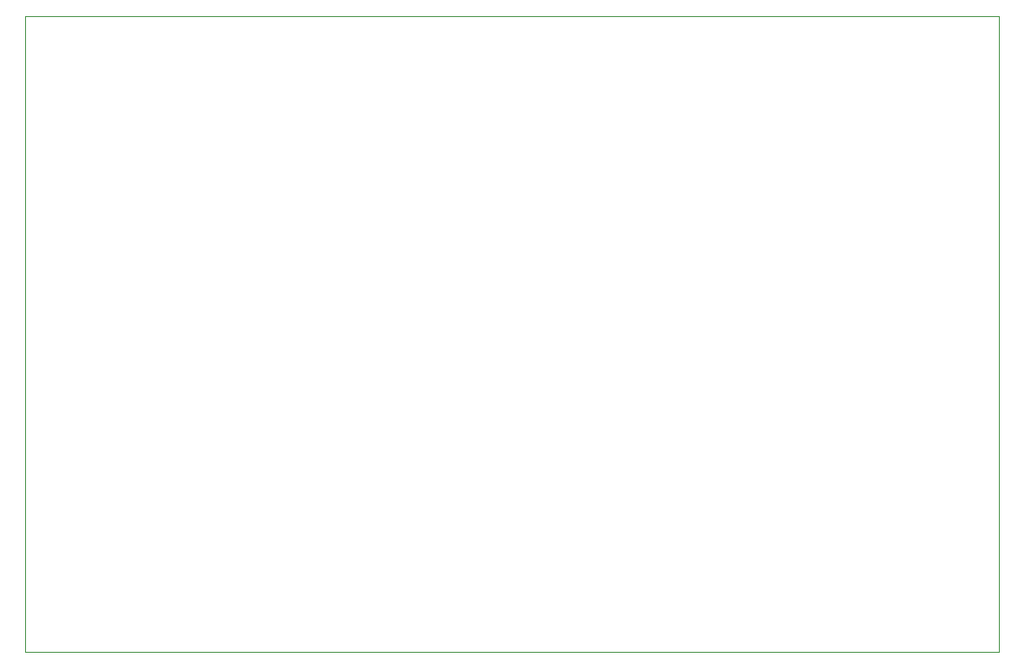
<source format=gbr>
%TF.GenerationSoftware,KiCad,Pcbnew,(6.99.0)*%
%TF.CreationDate,2022-07-26T17:29:39-07:00*%
%TF.ProjectId,eog-pcb-kicad,656f672d-7063-4622-9d6b-696361642e6b,rev?*%
%TF.SameCoordinates,Original*%
%TF.FileFunction,Profile,NP*%
%FSLAX46Y46*%
G04 Gerber Fmt 4.6, Leading zero omitted, Abs format (unit mm)*
G04 Created by KiCad (PCBNEW (6.99.0)) date 2022-07-26 17:29:39*
%MOMM*%
%LPD*%
G01*
G04 APERTURE LIST*
%TA.AperFunction,Profile*%
%ADD10C,0.100000*%
%TD*%
G04 APERTURE END LIST*
D10*
X96075500Y-64884000D02*
X188075500Y-64884000D01*
X188075500Y-64884000D02*
X188075500Y-124884000D01*
X188075500Y-124884000D02*
X96075500Y-124884000D01*
X96075500Y-124884000D02*
X96075500Y-64884000D01*
M02*

</source>
